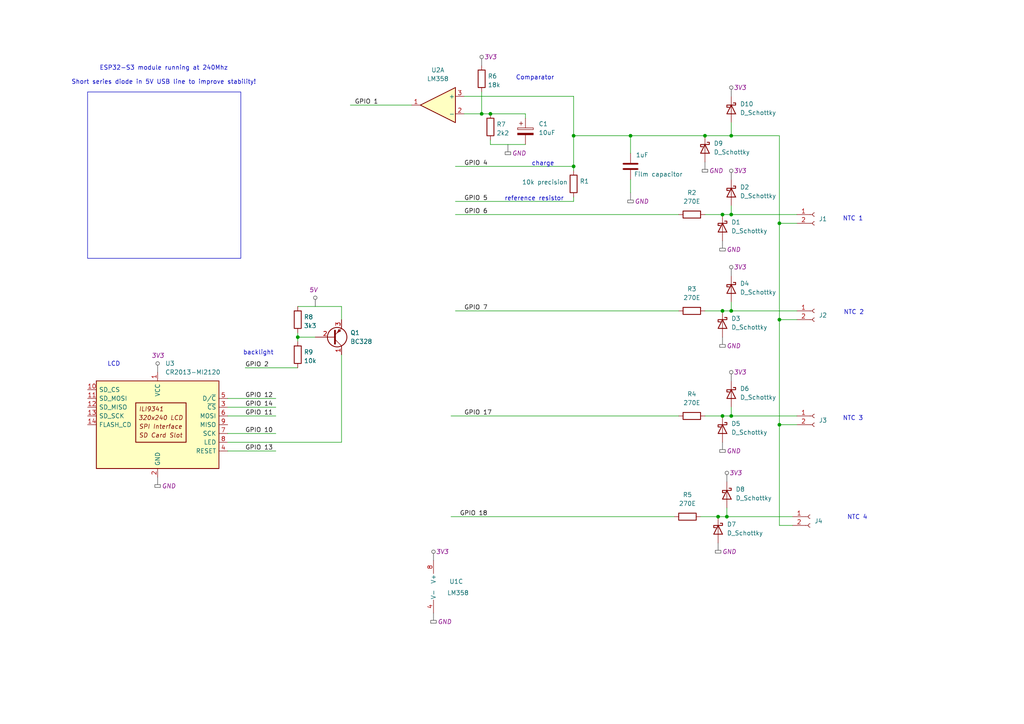
<source format=kicad_sch>
(kicad_sch (version 20231120) (generator "eeschema") (generator_version "8.0")
  (paper "A4")
  (title_block (title "ESP 32 4 channel NTC thermometer") (date "2025-02-03") (rev "0") (company "Dig Kleppe"))
  (lib_symbols
    (symbol "Amplifier_Operational:LM358" (pin_names (offset 0.127))
      (property "Reference" "U" (at 0 5.08 0))
      (property "Value" "LM358" (at 0 -5.08 0))
      (symbol "LM358_1_1"
        (polyline (pts (xy -5.08 5.08) (xy 5.08 0) (xy -5.08 -5.08) (xy -5.08 5.08)) (stroke (width 0.254)) (fill (type background)))
        (pin output line (at 7.62 0 180) (length 2.54) (name "~") (number "1"))
        (pin input line (at -7.62 -2.54 0) (length 2.54) (name "-") (number "2"))
        (pin input line (at -7.62 2.54 0) (length 2.54) (name "+") (number "3"))
      )
      (symbol "LM358_2_1"
        (polyline (pts (xy -5.08 5.08) (xy 5.08 0) (xy -5.08 -5.08) (xy -5.08 5.08)) (stroke (width 0.254)) (fill (type background)))
        (pin input line (at -7.62 2.54 0) (length 2.54) (name "+") (number "5"))
        (pin input line (at -7.62 -2.54 0) (length 2.54) (name "-") (number "6"))
        (pin output line (at 7.62 0 180) (length 2.54) (name "~") (number "7"))
      )
      (symbol "LM358_3_1"
        (pin power_in line (at -2.54 -7.62 90) (length 3.81) (name "V-") (number "4"))
        (pin power_in line (at -2.54 7.62 270) (length 3.81) (name "V+") (number "8"))
      )
    )
    (symbol "Connector:Conn_01x02_Socket" (pin_names (offset 1.016) hide)
      (property "Reference" "J" (at 0 2.54 0))
      (property "Value" "Conn_01x02_Socket" (at 0 -5.08 0))
      (symbol "Conn_01x02_Socket_1_1"
        (arc (start 0 -2.032) (mid -0.5058 -2.54) (end 0 -3.048) (stroke (width 0.1524)))
        (polyline (pts (xy -1.27 -2.54) (xy -0.508 -2.54)) (stroke (width 0.1524)))
        (polyline (pts (xy -1.27 0) (xy -0.508 0)) (stroke (width 0.1524)))
        (arc (start 0 0.508) (mid -0.5058 0) (end 0 -0.508) (stroke (width 0.1524)))
        (pin passive line (at -5.08 0 0) (length 3.81) (name "Pin_1") (number "1"))
        (pin passive line (at -5.08 -2.54 0) (length 3.81) (name "Pin_2") (number "2"))
      )
    )
    (symbol "Device:C" (pin_numbers hide) (pin_names (offset 0.254))
      (property "Reference" "C" (at 0.635 2.54 0))
      (property "Value" "C" (at 0.635 -2.54 0))
      (symbol "C_0_1"
        (polyline (pts (xy -2.032 -0.762) (xy 2.032 -0.762)) (stroke (width 0.508)))
        (polyline (pts (xy -2.032 0.762) (xy 2.032 0.762)) (stroke (width 0.508)))
      )
      (symbol "C_1_1"
        (pin passive line (at 0 3.81 270) (length 2.794) (name "~") (number "1"))
        (pin passive line (at 0 -3.81 90) (length 2.794) (name "~") (number "2"))
      )
    )
    (symbol "Device:C_Polarized" (pin_numbers hide) (pin_names (offset 0.254))
      (property "Reference" "C" (at 0.635 2.54 0))
      (property "Value" "C_Polarized" (at 0.635 -2.54 0))
      (symbol "C_Polarized_0_1"
        (rectangle (start -2.286 0.508) (end 2.286 1.016))
        (polyline (pts (xy -1.778 2.286) (xy -0.762 2.286)))
        (polyline (pts (xy -1.27 2.794) (xy -1.27 1.778)))
        (rectangle (start 2.286 -0.508) (end -2.286 -1.016) (fill (type outline)))
      )
      (symbol "C_Polarized_1_1"
        (pin passive line (at 0 3.81 270) (length 2.794) (name "~") (number "1"))
        (pin passive line (at 0 -3.81 90) (length 2.794) (name "~") (number "2"))
      )
    )
    (symbol "Device:D_Schottky" (pin_numbers hide) (pin_names (offset 1.016) hide)
      (property "Reference" "D" (at 0 2.54 0))
      (property "Value" "D_Schottky" (at 0 -2.54 0))
      (symbol "D_Schottky_0_1"
        (polyline (pts (xy 1.27 0) (xy -1.27 0)))
        (polyline (pts (xy 1.27 1.27) (xy 1.27 -1.27) (xy -1.27 0) (xy 1.27 1.27)) (stroke (width 0.254)))
        (polyline (pts (xy -1.905 0.635) (xy -1.905 1.27) (xy -1.27 1.27) (xy -1.27 -1.27) (xy -0.635 -1.27) (xy -0.635 -0.635)) (stroke (width 0.254)))
      )
      (symbol "D_Schottky_1_1"
        (pin passive line (at -3.81 0 0) (length 2.54) (name "K") (number "1"))
        (pin passive line (at 3.81 0 180) (length 2.54) (name "A") (number "2"))
      )
    )
    (symbol "Device:R" (pin_numbers hide) (pin_names (offset 0))
      (property "Reference" "R" (at 2.032 0 90))
      (property "Value" "R" (at 0 0 90))
      (symbol "R_0_1"
        (rectangle (start -1.016 -2.54) (end 1.016 2.54) (stroke (width 0.254)))
      )
      (symbol "R_1_1"
        (pin passive line (at 0 3.81 270) (length 1.27) (name "~") (number "1"))
        (pin passive line (at 0 -3.81 90) (length 1.27) (name "~") (number "2"))
      )
    )
    (symbol "Driver_Display:CR2013-MI2120" (pin_names (offset 0.762))
      (property "Reference" "U" (at -17.526 13.97 0))
      (property "Value" "CR2013-MI2120" (at 1.905 13.97 0))
      (symbol "CR2013-MI2120_0_0"
        (text "320x240 LCD" (at 0.889 2.032 0) (effects (font (size 1.27 1.27) (italic yes))))
        (text "ILI9341" (at -5.461 4.572 0) (effects (font (size 1.27 1.27) (italic yes)) (justify left)))
        (text "SD Card Slot" (at -5.461 -3.048 0) (effects (font (size 1.27 1.27) (italic yes)) (justify left)))
        (text "SPI Interface" (at -5.461 -0.508 0) (effects (font (size 1.27 1.27) (italic yes)) (justify left)))
      )
      (symbol "CR2013-MI2120_0_1"
        (rectangle (start -17.78 12.7) (end 17.78 -12.7) (stroke (width 0.254)) (fill (type background)))
        (rectangle (start -6.35 6.35) (end 8.255 -5.08) (stroke (width 0.254)))
      )
      (symbol "CR2013-MI2120_1_1"
        (pin power_in line (at 0 15.24 270) (length 2.54) (name "VCC") (number "1"))
        (pin input line (at -20.32 10.16 0) (length 2.54) (name "SD_CS") (number "10"))
        (pin input line (at -20.32 7.62 0) (length 2.54) (name "SD_MOSI") (number "11"))
        (pin output line (at -20.32 5.08 0) (length 2.54) (name "SD_MISO") (number "12"))
        (pin input line (at -20.32 2.54 0) (length 2.54) (name "SD_SCK") (number "13"))
        (pin input line (at -20.32 0 0) (length 2.54) (name "FLASH_CD") (number "14"))
        (pin power_in line (at 0 -15.24 90) (length 2.54) (name "GND") (number "2"))
        (pin input line (at 20.32 5.08 180) (length 2.54) (name "~{CS}") (number "3"))
        (pin input line (at 20.32 -7.62 180) (length 2.54) (name "RESET") (number "4"))
        (pin input line (at 20.32 7.62 180) (length 2.54) (name "D/~{C}") (number "5"))
        (pin input line (at 20.32 2.54 180) (length 2.54) (name "MOSI") (number "6"))
        (pin input line (at 20.32 -2.54 180) (length 2.54) (name "SCK") (number "7"))
        (pin input line (at 20.32 -5.08 180) (length 2.54) (name "LED") (number "8"))
        (pin output line (at 20.32 0 180) (length 2.54) (name "MISO") (number "9"))
      )
    )
    (symbol "Transistor_BJT:BC328" (pin_names (offset 0) hide)
      (property "Reference" "Q" (at 5.08 1.905 0))
      (property "Value" "BC328" (at 5.08 0 0))
      (symbol "BC328_0_1"
        (polyline (pts (xy 0.635 0.635) (xy 2.54 2.54)))
        (polyline (pts (xy 0.635 -0.635) (xy 2.54 -2.54) (xy 2.54 -2.54)))
        (polyline (pts (xy 0.635 1.905) (xy 0.635 -1.905) (xy 0.635 -1.905)) (stroke (width 0.508)))
        (polyline (pts (xy 2.286 -1.778) (xy 1.778 -2.286) (xy 1.27 -1.27) (xy 2.286 -1.778) (xy 2.286 -1.778)) (fill (type outline)))
        (circle (center 1.27 0) (radius 2.8194) (stroke (width 0.254)))
      )
      (symbol "BC328_1_1"
        (pin passive line (at 2.54 5.08 270) (length 2.54) (name "C") (number "1"))
        (pin input line (at -5.08 0 0) (length 5.715) (name "B") (number "2"))
        (pin passive line (at 2.54 -5.08 90) (length 2.54) (name "E") (number "3"))
      )
    )
  )
  (junction (at 142.24 33.02))
  (junction (at 212.09 62.23))
  (junction (at 212.09 90.17))
  (junction (at 209.55 120.65))
  (junction (at 166.37 48.26))
  (junction (at 226.06 64.77))
  (junction (at 182.88 39.37))
  (junction (at 166.37 39.37))
  (junction (at 212.09 120.65))
  (junction (at 204.47 39.37))
  (junction (at 139.7 33.02))
  (junction (at 208.28 149.86))
  (junction (at 209.55 90.17))
  (junction (at 226.06 92.71))
  (junction (at 86.36 97.79))
  (junction (at 210.82 149.86))
  (junction (at 209.55 62.23))
  (junction (at 212.09 39.37))
  (junction (at 226.06 123.19))
  (wire (pts (xy 182.88 52.07) (xy 182.88 55.88)))
  (wire (pts (xy 212.09 35.56) (xy 212.09 39.37)))
  (wire (pts (xy 210.82 149.86) (xy 229.87 149.86)))
  (wire (pts (xy 86.36 97.79) (xy 86.36 96.52)))
  (wire (pts (xy 66.04 128.27) (xy 99.06 128.27)))
  (wire (pts (xy 66.04 115.57) (xy 80.01 115.57)))
  (wire (pts (xy 212.09 62.23) (xy 231.14 62.23)))
  (wire (pts (xy 132.08 48.26) (xy 166.37 48.26)))
  (wire (pts (xy 134.62 27.94) (xy 166.37 27.94)))
  (wire (pts (xy 86.36 97.79) (xy 86.36 99.06)))
  (wire (pts (xy 209.55 90.17) (xy 212.09 90.17)))
  (wire (pts (xy 152.4 34.29) (xy 152.4 33.02)))
  (wire (pts (xy 226.06 152.4) (xy 226.06 123.19)))
  (wire (pts (xy 226.06 64.77) (xy 231.14 64.77)))
  (wire (pts (xy 91.44 97.79) (xy 86.36 97.79)))
  (wire (pts (xy 182.88 39.37) (xy 204.47 39.37)))
  (wire (pts (xy 66.04 120.65) (xy 80.01 120.65)))
  (wire (pts (xy 212.09 87.63) (xy 212.09 90.17)))
  (wire (pts (xy 166.37 39.37) (xy 182.88 39.37)))
  (wire (pts (xy 208.28 149.86) (xy 210.82 149.86)))
  (wire (pts (xy 226.06 92.71) (xy 226.06 64.77)))
  (wire (pts (xy 203.2 149.86) (xy 208.28 149.86)))
  (wire (pts (xy 212.09 118.11) (xy 212.09 120.65)))
  (wire (pts (xy 229.87 152.4) (xy 226.06 152.4)))
  (wire (pts (xy 139.7 33.02) (xy 142.24 33.02)))
  (wire (pts (xy 204.47 120.65) (xy 209.55 120.65)))
  (wire (pts (xy 130.81 149.86) (xy 195.58 149.86)))
  (wire (pts (xy 142.24 41.91) (xy 152.4 41.91)))
  (wire (pts (xy 166.37 48.26) (xy 166.37 49.53)))
  (wire (pts (xy 130.81 120.65) (xy 196.85 120.65)))
  (wire (pts (xy 132.08 62.23) (xy 196.85 62.23)))
  (wire (pts (xy 132.08 90.17) (xy 196.85 90.17)))
  (wire (pts (xy 212.09 120.65) (xy 231.14 120.65)))
  (wire (pts (xy 134.62 33.02) (xy 139.7 33.02)))
  (wire (pts (xy 142.24 33.02) (xy 152.4 33.02)))
  (wire (pts (xy 142.24 40.64) (xy 142.24 41.91)))
  (wire (pts (xy 86.36 88.9) (xy 99.06 88.9)))
  (wire (pts (xy 204.47 39.37) (xy 212.09 39.37)))
  (wire (pts (xy 212.09 59.69) (xy 212.09 62.23)))
  (wire (pts (xy 71.12 106.68) (xy 86.36 106.68)))
  (wire (pts (xy 166.37 27.94) (xy 166.37 39.37)))
  (wire (pts (xy 101.6 30.48) (xy 119.38 30.48)))
  (wire (pts (xy 66.04 125.73) (xy 80.01 125.73)))
  (wire (pts (xy 204.47 90.17) (xy 209.55 90.17)))
  (wire (pts (xy 226.06 64.77) (xy 226.06 39.37)))
  (wire (pts (xy 182.88 39.37) (xy 182.88 44.45)))
  (wire (pts (xy 204.47 62.23) (xy 209.55 62.23)))
  (wire (pts (xy 226.06 39.37) (xy 212.09 39.37)))
  (wire (pts (xy 66.04 130.81) (xy 80.01 130.81)))
  (wire (pts (xy 226.06 123.19) (xy 226.06 92.71)))
  (wire (pts (xy 210.82 147.32) (xy 210.82 149.86)))
  (wire (pts (xy 132.08 58.42) (xy 166.37 58.42)))
  (wire (pts (xy 226.06 92.71) (xy 231.14 92.71)))
  (wire (pts (xy 99.06 128.27) (xy 99.06 102.87)))
  (wire (pts (xy 209.55 120.65) (xy 212.09 120.65)))
  (wire (pts (xy 226.06 123.19) (xy 231.14 123.19)))
  (wire (pts (xy 66.04 118.11) (xy 80.01 118.11)))
  (wire (pts (xy 209.55 62.23) (xy 212.09 62.23)))
  (wire (pts (xy 99.06 88.9) (xy 99.06 92.71)))
  (wire (pts (xy 139.7 26.67) (xy 139.7 33.02)))
  (wire (pts (xy 166.37 39.37) (xy 166.37 48.26)))
  (wire (pts (xy 166.37 57.15) (xy 166.37 58.42)))
  (wire (pts (xy 212.09 90.17) (xy 231.14 90.17)))
  (rectangle (start 25.4 26.67) (end 69.85 74.93))
  (text "NTC 2" (at 247.65 90.678 0) (effects (font (size 1.27 1.27))))
  (text "NTC 4" (at 248.666 150.114 0) (effects (font (size 1.27 1.27))))
  (text "Comparator" (at 155.194 22.606 0) (effects (font (size 1.27 1.27))))
  (text "NTC 3" (at 247.396 121.412 0) (effects (font (size 1.27 1.27))))
  (text "NTC 1" (at 247.396 63.5 0) (effects (font (size 1.27 1.27))))
  (text "reference resistor" (at 154.94 57.658 0) (effects (font (size 1.27 1.27))))
  (text "ESP32-S3 module running at 240Mhz\n\nShort series diode in 5V USB line to improve stability!" (at 47.498 21.844 0) (effects (font (size 1.27 1.27))))
  (text "charge" (at 157.48 47.498 0) (effects (font (size 1.27 1.27))))
  (text "backlight" (at 74.93 102.362 0) (effects (font (size 1.27 1.27))))
  (text "LCD" (at 33.02 105.664 0) (effects (font (size 1.27 1.27))))
  (label "GPIO 13" (at 71.12 130.81 0))
  (label "GPIO 10" (at 71.12 125.73 0))
  (label "GPIO 7" (at 134.62 90.17 0))
  (label "GPIO 17" (at 134.62 120.65 0))
  (label "GPIO 1" (at 102.87 30.48 0))
  (label "GPIO 12" (at 71.12 115.57 0))
  (label "GPIO 11" (at 71.12 120.65 0))
  (label "GPIO 5" (at 134.62 58.42 0))
  (label "GPIO 4" (at 134.62 48.26 0))
  (label "GPIO 18" (at 133.35 149.86 0))
  (label "GPIO 14" (at 71.12 118.11 0))
  (label "GPIO 6" (at 134.62 62.23 0))
  (label "GPIO 2" (at 71.12 106.68 0))
  (netclass_flag "" (length 2.54) (shape round) (at 212.09 27.94 0) (property "Netclass" "3V3" (at 212.7885 25.4 0) (effects (font (italic yes)) (justify left))))
  (netclass_flag "" (length 2.54) (shape round) (at 139.7 19.05 0) (property "Netclass" "3V3" (at 140.3985 16.51 0) (effects (font (italic yes)) (justify left))))
  (netclass_flag "" (length 2.54) (shape round) (at 212.09 52.07 0) (property "Netclass" "3V3" (at 212.7885 49.53 0) (effects (font (italic yes)) (justify left))))
  (netclass_flag "" (length 2.54) (shape rectangle) (at 208.28 157.48 180) (property "Netclass" "GND" (at 209.4865 160.02 0) (effects (font (italic yes)) (justify left))))
  (netclass_flag "" (length 2.54) (shape round) (at 212.09 80.01 0) (property "Netclass" "3V3" (at 212.7885 77.47 0) (effects (font (italic yes)) (justify left))))
  (netclass_flag "" (length 2.54) (shape rectangle) (at 182.88 55.88 180) (property "Netclass" "GND" (at 184.0865 58.42 0) (effects (font (italic yes)) (justify left))))
  (netclass_flag "" (length 2.54) (shape rectangle) (at 209.55 69.85 180) (property "Netclass" "GND" (at 210.7565 72.39 0) (effects (font (italic yes)) (justify left))))
  (netclass_flag "" (length 2.54) (shape round) (at 91.44 88.9 0) (property "Netclass" "5V" (at 89.662 84.074 0) (effects (font (italic yes)) (justify left))))
  (netclass_flag "" (length 2.54) (shape round) (at 212.09 110.49 0) (property "Netclass" "3V3" (at 212.7885 107.95 0) (effects (font (italic yes)) (justify left))))
  (netclass_flag "" (length 2.54) (shape round) (at 125.73 162.56 0) (property "Netclass" "3V3" (at 126.4285 160.02 0) (effects (font (italic yes)) (justify left))))
  (netclass_flag "" (length 2.54) (shape rectangle) (at 209.55 97.79 180) (property "Netclass" "GND" (at 210.7565 100.33 0) (effects (font (italic yes)) (justify left))))
  (netclass_flag "" (length 2.54) (shape rectangle) (at 45.72 138.43 180) (property "Netclass" "GND" (at 46.9265 140.97 0) (effects (font (italic yes)) (justify left))))
  (netclass_flag "" (length 2.54) (shape round) (at 45.72 107.95 0) (property "Netclass" "3V3" (at 43.942 103.124 0) (effects (font (italic yes)) (justify left))))
  (netclass_flag "" (length 2.54) (shape round) (at 210.82 139.7 0) (property "Netclass" "3V3" (at 211.5185 137.16 0) (effects (font (italic yes)) (justify left))))
  (netclass_flag "" (length 2.54) (shape rectangle) (at 125.73 177.8 180) (property "Netclass" "GND" (at 126.9365 180.34 0) (effects (font (italic yes)) (justify left))))
  (netclass_flag "" (length 2.54) (shape rectangle) (at 147.32 41.91 180) (property "Netclass" "GND" (at 148.5265 44.45 0) (effects (font (italic yes)) (justify left))))
  (netclass_flag "" (length 2.54) (shape rectangle) (at 209.55 128.27 180) (property "Netclass" "GND" (at 210.7565 130.81 0) (effects (font (italic yes)) (justify left))))
  (netclass_flag "" (length 2.54) (shape rectangle) (at 204.47 46.99 180) (property "Netclass" "GND" (at 205.6765 49.53 0) (effects (font (italic yes)) (justify left))))
  (symbol (lib_id "Connector:Conn_01x02_Socket") (at 236.22 90.17 0) (unit 1)
    (property "Reference" "J2" (at 237.49 91.4399 0) (effects (justify left)))
    (property "Value" "Conn_01x02_Socket" (effects (hide yes)))
    (property "Description" "Generic connector, single row, 01x02, script generated" (effects (hide yes)))
  )
  (symbol (lib_id "Connector:Conn_01x02_Socket") (at 236.22 120.65 0) (unit 1)
    (property "Reference" "J3" (at 237.49 121.9199 0) (effects (justify left)))
    (property "Value" "Conn_01x02_Socket" (effects (hide yes)))
    (property "Description" "Generic connector, single row, 01x02, script generated" (effects (hide yes)))
  )
  (symbol (lib_id "Driver_Display:CR2013-MI2120") (at 45.72 123.19 0) (unit 1)
    (property "Reference" "U3" (at 47.9141 105.41 0) (effects (justify left)))
    (property "Value" "CR2013-MI2120" (at 47.9141 107.95 0) (effects (justify left)))
    (property "Footprint" "Display:CR2013-MI2120" (effects (hide yes)))
    (property "Datasheet" "http://pan.baidu.com/s/11Y990" (effects (hide yes)))
    (property "Description" "ILI9341 controller, SPI TFT LCD Display, 9-pin breakout PCB, 4-pin SD card interface, 5V/3.3V" (effects (hide yes)))
  )
  (symbol (lib_id "Device:D_Schottky") (at 209.55 124.46 270) (unit 1)
    (property "Reference" "D5" (at 212.09 122.8724 90) (effects (justify left)))
    (property "Value" "D_Schottky" (at 212.09 125.4124 90) (effects (justify left)))
    (property "Description" "Schottky diode" (effects (hide yes)))
  )
  (symbol (lib_id "Device:R") (at 86.36 102.87 0) (unit 1)
    (property "Reference" "R9" (at 88.138 102.108 0) (effects (justify left)))
    (property "Value" "10k" (at 88.138 104.648 0) (effects (justify left)))
    (property "Description" "Resistor" (effects (hide yes)))
  )
  (symbol (lib_id "Device:R") (at 200.66 62.23 90) (unit 1)
    (property "Reference" "R2" (at 200.66 55.88 90))
    (property "Value" "270E" (at 200.66 58.42 90))
    (property "Description" "Resistor" (effects (hide yes)))
  )
  (symbol (lib_id "Device:R") (at 200.66 90.17 90) (unit 1)
    (property "Reference" "R3" (at 200.66 83.82 90))
    (property "Value" "270E" (at 200.66 86.36 90))
    (property "Description" "Resistor" (effects (hide yes)))
  )
  (symbol (lib_id "Device:D_Schottky") (at 212.09 114.3 270) (unit 1)
    (property "Reference" "D6" (at 214.63 112.7124 90) (effects (justify left)))
    (property "Value" "D_Schottky" (at 214.63 115.2524 90) (effects (justify left)))
    (property "Description" "Schottky diode" (effects (hide yes)))
  )
  (symbol (lib_id "Device:D_Schottky") (at 209.55 93.98 270) (unit 1)
    (property "Reference" "D3" (at 212.09 92.3924 90) (effects (justify left)))
    (property "Value" "D_Schottky" (at 212.09 94.9324 90) (effects (justify left)))
    (property "Description" "Schottky diode" (effects (hide yes)))
  )
  (symbol (lib_id "Device:D_Schottky") (at 208.28 153.67 270) (unit 1)
    (property "Reference" "D7" (at 210.82 152.0824 90) (effects (justify left)))
    (property "Value" "D_Schottky" (at 210.82 154.6224 90) (effects (justify left)))
    (property "Description" "Schottky diode" (effects (hide yes)))
  )
  (symbol (lib_id "Device:D_Schottky") (at 212.09 83.82 270) (unit 1)
    (property "Reference" "D4" (at 214.63 82.2324 90) (effects (justify left)))
    (property "Value" "D_Schottky" (at 214.63 84.7724 90) (effects (justify left)))
    (property "Description" "Schottky diode" (effects (hide yes)))
  )
  (symbol (lib_id "Connector:Conn_01x02_Socket") (at 234.95 149.86 0) (unit 1)
    (property "Reference" "J4" (at 236.22 151.1299 0) (effects (justify left)))
    (property "Value" "Conn_01x02_Socket" (effects (hide yes)))
    (property "Description" "Generic connector, single row, 01x02, script generated" (effects (hide yes)))
  )
  (symbol (lib_id "Device:C") (at 182.88 48.26 0) (unit 1)
    (property "Reference" "1uF" (at 184.404 44.958 0) (effects (justify left)))
    (property "Value" "Film capacitor" (at 183.896 50.546 0) (effects (justify left)))
    (property "Description" "Unpolarized capacitor" (effects (hide yes)))
  )
  (symbol (lib_id "Transistor_BJT:BC328") (at 96.52 97.79 0) (mirror x) (unit 1)
    (property "Reference" "Q1" (at 101.6 96.5199 0) (effects (justify left)))
    (property "Value" "BC328" (at 101.6 99.0599 0) (effects (justify left)))
    (property "Footprint" "Package_TO_SOT_THT:TO-92_Inline" (effects (hide yes)))
    (property "Datasheet" "http://www.redrok.com/PNP_BC327_-45V_-800mA_0.625W_Hfe100_TO-92.pdf" (effects (hide yes)))
    (property "Description" "0.8A Ic, 25V Vce, PNP Transistor, TO-92" (effects (hide yes)))
  )
  (symbol (lib_id "Device:R") (at 139.7 22.86 0) (unit 1)
    (property "Reference" "R6" (at 141.478 22.098 0) (effects (justify left)))
    (property "Value" "18k" (at 141.478 24.638 0) (effects (justify left)))
    (property "Description" "Resistor" (effects (hide yes)))
  )
  (symbol (lib_id "Device:D_Schottky") (at 209.55 66.04 270) (unit 1)
    (property "Reference" "D1" (at 212.09 64.4524 90) (effects (justify left)))
    (property "Value" "D_Schottky" (at 212.09 66.9924 90) (effects (justify left)))
    (property "Description" "Schottky diode" (effects (hide yes)))
  )
  (symbol (lib_id "Device:C_Polarized") (at 152.4 38.1 0) (unit 1)
    (property "Reference" "C1" (at 156.21 35.9409 0) (effects (justify left)))
    (property "Value" "10uF" (at 156.21 38.4809 0) (effects (justify left)))
    (property "Description" "Polarized capacitor" (effects (hide yes)))
  )
  (symbol (lib_id "Amplifier_Operational:LM358") (at 127 30.48 0) (mirror y) (unit 1)
    (property "Reference" "U2" (at 127 20.32 0))
    (property "Value" "LM358" (at 127 22.86 0))
    (property "Datasheet" "http://www.ti.com/lit/ds/symlink/lm2904-n.pdf" (effects (hide yes)))
    (property "Description" "Low-Power, Dual Operational Amplifiers, DIP-8/SOIC-8/TO-99-8" (effects (hide yes)))
  )
  (symbol (lib_id "Device:R") (at 86.36 92.71 0) (unit 1)
    (property "Reference" "R8" (at 88.138 91.948 0) (effects (justify left)))
    (property "Value" "3k3" (at 88.138 94.488 0) (effects (justify left)))
    (property "Description" "Resistor" (effects (hide yes)))
  )
  (symbol (lib_id "Connector:Conn_01x02_Socket") (at 236.22 62.23 0) (unit 1)
    (property "Reference" "J1" (at 237.49 63.4999 0) (effects (justify left)))
    (property "Value" "Conn_01x02_Socket" (effects (hide yes)))
    (property "Description" "Generic connector, single row, 01x02, script generated" (effects (hide yes)))
  )
  (symbol (lib_id "Device:D_Schottky") (at 210.82 143.51 270) (unit 1)
    (property "Reference" "D8" (at 213.36 141.9224 90) (effects (justify left)))
    (property "Value" "D_Schottky" (at 213.36 144.4624 90) (effects (justify left)))
    (property "Description" "Schottky diode" (effects (hide yes)))
  )
  (symbol (lib_id "Amplifier_Operational:LM358") (at 123.19 170.18 0) (mirror y) (unit 3)
    (property "Reference" "U1" (at 132.334 168.656 0))
    (property "Value" "LM358" (at 132.842 171.958 0))
    (property "Datasheet" "http://www.ti.com/lit/ds/symlink/lm2904-n.pdf" (effects (hide yes)))
    (property "Description" "Low-Power, Dual Operational Amplifiers, DIP-8/SOIC-8/TO-99-8" (effects (hide yes)))
  )
  (symbol (lib_id "Device:D_Schottky") (at 212.09 31.75 270) (unit 1)
    (property "Reference" "D10" (at 214.63 30.1624 90) (effects (justify left)))
    (property "Value" "D_Schottky" (at 214.63 32.7024 90) (effects (justify left)))
    (property "Description" "Schottky diode" (effects (hide yes)))
  )
  (symbol (lib_id "Device:R") (at 142.24 36.83 0) (unit 1)
    (property "Reference" "R7" (at 144.018 36.068 0) (effects (justify left)))
    (property "Value" "2k2" (at 144.018 38.608 0) (effects (justify left)))
    (property "Description" "Resistor" (effects (hide yes)))
  )
  (symbol (lib_id "Device:D_Schottky") (at 212.09 55.88 270) (unit 1)
    (property "Reference" "D2" (at 214.63 54.2924 90) (effects (justify left)))
    (property "Value" "D_Schottky" (at 214.63 56.8324 90) (effects (justify left)))
    (property "Description" "Schottky diode" (effects (hide yes)))
  )
  (symbol (lib_id "Device:R") (at 199.39 149.86 90) (unit 1)
    (property "Reference" "R5" (at 199.39 143.51 90))
    (property "Value" "270E" (at 199.39 146.05 90))
    (property "Description" "Resistor" (effects (hide yes)))
  )
  (symbol (lib_id "Device:R") (at 166.37 53.34 0) (unit 1)
    (property "Reference" "R1" (at 168.148 52.578 0) (effects (justify left)))
    (property "Value" "10k precision" (at 151.384 52.832 0) (effects (justify left)))
    (property "Description" "Resistor" (effects (hide yes)))
  )
  (symbol (lib_id "Device:D_Schottky") (at 204.47 43.18 270) (unit 1)
    (property "Reference" "D9" (at 207.01 41.5924 90) (effects (justify left)))
    (property "Value" "D_Schottky" (at 207.01 44.1324 90) (effects (justify left)))
    (property "Description" "Schottky diode" (effects (hide yes)))
  )
  (symbol (lib_id "Device:R") (at 200.66 120.65 90) (unit 1)
    (property "Reference" "R4" (at 200.66 114.3 90))
    (property "Value" "270E" (at 200.66 116.84 90))
    (property "Description" "Resistor" (effects (hide yes)))
  )
)
</source>
